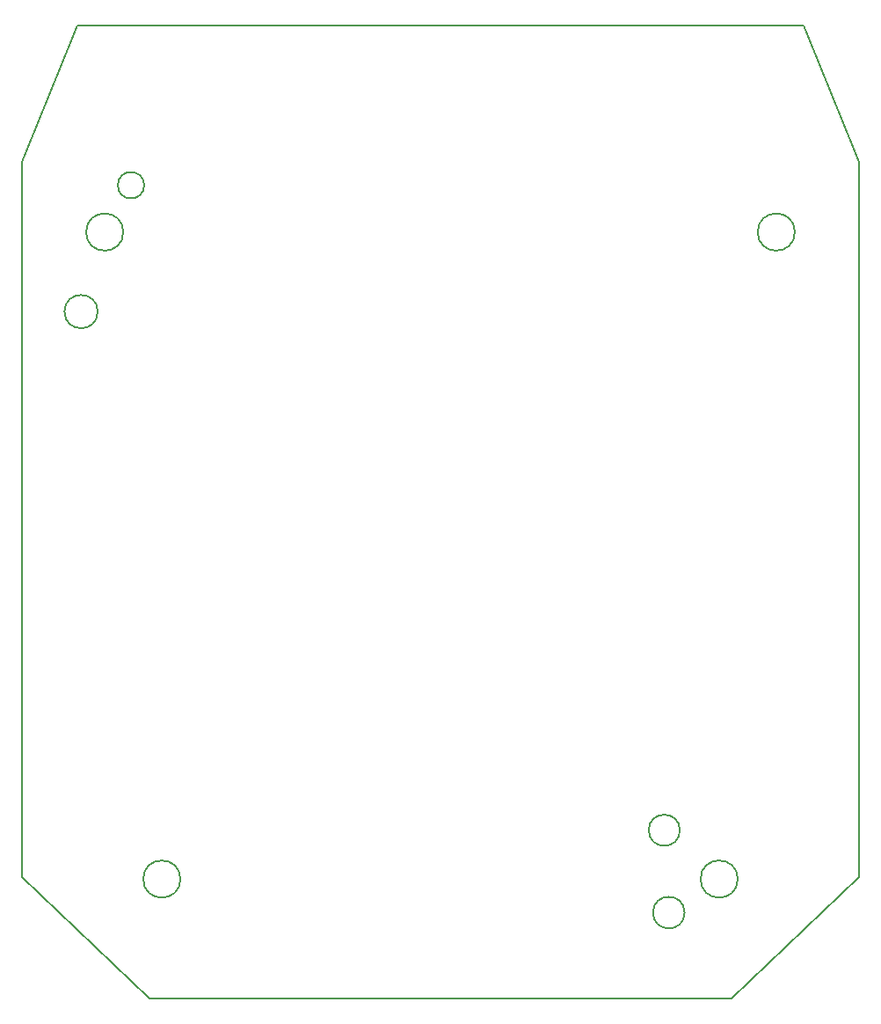
<source format=gbr>
%TF.GenerationSoftware,KiCad,Pcbnew,6.0.10-86aedd382b~118~ubuntu22.04.1*%
%TF.CreationDate,2023-01-04T20:04:39+01:00*%
%TF.ProjectId,micro_rusEFI,6d696372-6f5f-4727-9573-4546492e6b69,R0.6.1rc*%
%TF.SameCoordinates,Original*%
%TF.FileFunction,Profile,NP*%
%FSLAX46Y46*%
G04 Gerber Fmt 4.6, Leading zero omitted, Abs format (unit mm)*
G04 Created by KiCad (PCBNEW 6.0.10-86aedd382b~118~ubuntu22.04.1) date 2023-01-04 20:04:39*
%MOMM*%
%LPD*%
G01*
G04 APERTURE LIST*
%TA.AperFunction,Profile*%
%ADD10C,0.200000*%
%TD*%
G04 APERTURE END LIST*
D10*
X20600000Y-35538500D02*
X20601600Y-104381342D01*
X101188000Y-35538500D02*
X101189600Y-104381342D01*
X25895900Y-22400000D02*
X95841300Y-22400000D01*
X101189600Y-104381342D02*
X88946604Y-116072400D01*
X32844596Y-116072400D02*
X20601600Y-104381342D01*
X95841300Y-22400000D02*
X101188000Y-35538500D01*
X20600000Y-35538500D02*
X25895900Y-22400000D01*
X32359600Y-37795200D02*
G75*
G03*
X32359600Y-37795200I-1270000J0D01*
G01*
X83947500Y-99870300D02*
G75*
G03*
X83947500Y-99870300I-1500000J0D01*
G01*
X27888100Y-49959301D02*
G75*
G03*
X27888100Y-49959301I-1600000J0D01*
G01*
X89521400Y-104569300D02*
G75*
G03*
X89521400Y-104569300I-1790700J0D01*
G01*
X95020499Y-42301200D02*
G75*
G03*
X95020499Y-42301200I-1790700J0D01*
G01*
X32844596Y-116072400D02*
X88946604Y-116072400D01*
X84404200Y-107797600D02*
G75*
G03*
X84404200Y-107797600I-1524000J0D01*
G01*
X30352101Y-42301200D02*
G75*
G03*
X30352101Y-42301200I-1790700J0D01*
G01*
X35851200Y-104569300D02*
G75*
G03*
X35851200Y-104569300I-1790700J0D01*
G01*
M02*

</source>
